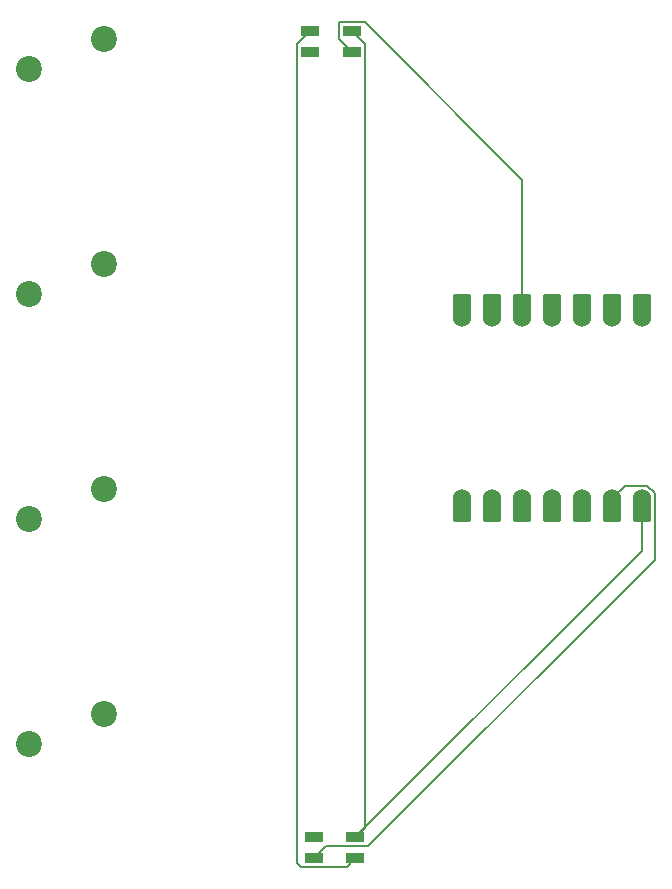
<source format=gbr>
%TF.GenerationSoftware,KiCad,Pcbnew,9.0.2-9.0.2-0~ubuntu25.04.1*%
%TF.CreationDate,2025-06-28T22:06:06-04:00*%
%TF.ProjectId,hackpad,6861636b-7061-4642-9e6b-696361645f70,rev?*%
%TF.SameCoordinates,Original*%
%TF.FileFunction,Copper,L1,Top*%
%TF.FilePolarity,Positive*%
%FSLAX46Y46*%
G04 Gerber Fmt 4.6, Leading zero omitted, Abs format (unit mm)*
G04 Created by KiCad (PCBNEW 9.0.2-9.0.2-0~ubuntu25.04.1) date 2025-06-28 22:06:06*
%MOMM*%
%LPD*%
G01*
G04 APERTURE LIST*
G04 Aperture macros list*
%AMRoundRect*
0 Rectangle with rounded corners*
0 $1 Rounding radius*
0 $2 $3 $4 $5 $6 $7 $8 $9 X,Y pos of 4 corners*
0 Add a 4 corners polygon primitive as box body*
4,1,4,$2,$3,$4,$5,$6,$7,$8,$9,$2,$3,0*
0 Add four circle primitives for the rounded corners*
1,1,$1+$1,$2,$3*
1,1,$1+$1,$4,$5*
1,1,$1+$1,$6,$7*
1,1,$1+$1,$8,$9*
0 Add four rect primitives between the rounded corners*
20,1,$1+$1,$2,$3,$4,$5,0*
20,1,$1+$1,$4,$5,$6,$7,0*
20,1,$1+$1,$6,$7,$8,$9,0*
20,1,$1+$1,$8,$9,$2,$3,0*%
G04 Aperture macros list end*
%TA.AperFunction,SMDPad,CuDef*%
%ADD10RoundRect,0.152400X0.609600X-1.063600X0.609600X1.063600X-0.609600X1.063600X-0.609600X-1.063600X0*%
%TD*%
%TA.AperFunction,ComponentPad*%
%ADD11C,1.524000*%
%TD*%
%TA.AperFunction,SMDPad,CuDef*%
%ADD12RoundRect,0.152400X-0.609600X1.063600X-0.609600X-1.063600X0.609600X-1.063600X0.609600X1.063600X0*%
%TD*%
%TA.AperFunction,ComponentPad*%
%ADD13C,2.200000*%
%TD*%
%TA.AperFunction,SMDPad,CuDef*%
%ADD14R,1.600000X0.850000*%
%TD*%
%TA.AperFunction,Conductor*%
%ADD15C,0.200000*%
%TD*%
G04 APERTURE END LIST*
D10*
%TO.P,U1,1,GPIO26/ADC0/A0*%
%TO.N,unconnected-(U1-GPIO26{slash}ADC0{slash}A0-Pad1)*%
X107632500Y-79651250D03*
D11*
X107632500Y-80486250D03*
D10*
%TO.P,U1,2,GPIO27/ADC1/A1*%
%TO.N,unconnected-(U1-GPIO27{slash}ADC1{slash}A1-Pad2)*%
X105092500Y-79651250D03*
D11*
X105092500Y-80486250D03*
D10*
%TO.P,U1,3,GPIO28/ADC2/A2*%
%TO.N,unconnected-(U1-GPIO28{slash}ADC2{slash}A2-Pad3)*%
X102552500Y-79651250D03*
D11*
X102552500Y-80486250D03*
D10*
%TO.P,U1,4,GPIO29/ADC3/A3*%
%TO.N,unconnected-(U1-GPIO29{slash}ADC3{slash}A3-Pad4)*%
X100012500Y-79651250D03*
D11*
X100012500Y-80486250D03*
D10*
%TO.P,U1,5,GPIO6/SDA*%
%TO.N,Net-(D1-DIN)*%
X97472500Y-79651250D03*
D11*
X97472500Y-80486250D03*
D10*
%TO.P,U1,6,GPIO7/SCL*%
%TO.N,unconnected-(U1-GPIO7{slash}SCL-Pad6)*%
X94932500Y-79651250D03*
D11*
X94932500Y-80486250D03*
D10*
%TO.P,U1,7,GPIO0/TX*%
%TO.N,unconnected-(U1-GPIO0{slash}TX-Pad7)*%
X92392500Y-79651250D03*
D11*
X92392500Y-80486250D03*
%TO.P,U1,8,GPIO1/RX*%
%TO.N,Net-(U1-GPIO1{slash}RX)*%
X92392500Y-95726250D03*
D12*
X92392500Y-96561250D03*
D11*
%TO.P,U1,9,GPIO2/SCK*%
%TO.N,Net-(U1-GPIO2{slash}SCK)*%
X94932500Y-95726250D03*
D12*
X94932500Y-96561250D03*
D11*
%TO.P,U1,10,GPIO4/MISO*%
%TO.N,Net-(U1-GPIO4{slash}MISO)*%
X97472500Y-95726250D03*
D12*
X97472500Y-96561250D03*
D11*
%TO.P,U1,11,GPIO3/MOSI*%
%TO.N,Net-(U1-GPIO3{slash}MOSI)*%
X100012500Y-95726250D03*
D12*
X100012500Y-96561250D03*
D11*
%TO.P,U1,12,3V3*%
%TO.N,unconnected-(U1-3V3-Pad12)*%
X102552500Y-95726250D03*
D12*
X102552500Y-96561250D03*
D11*
%TO.P,U1,13,GND*%
%TO.N,GND*%
X105092500Y-95726250D03*
D12*
X105092500Y-96561250D03*
D11*
%TO.P,U1,14,VBUS*%
%TO.N,+5V*%
X107632500Y-95726250D03*
D12*
X107632500Y-96561250D03*
%TD*%
D13*
%TO.P,SW2,1,1*%
%TO.N,GND*%
X62071250Y-113982500D03*
%TO.P,SW2,2,2*%
%TO.N,Net-(U1-GPIO2{slash}SCK)*%
X55721250Y-116522500D03*
%TD*%
%TO.P,SW1,1,1*%
%TO.N,GND*%
X62071250Y-94932500D03*
%TO.P,SW1,2,2*%
%TO.N,Net-(U1-GPIO1{slash}RX)*%
X55721250Y-97472500D03*
%TD*%
D14*
%TO.P,D2,1,DOUT*%
%TO.N,unconnected-(D2-DOUT-Pad1)*%
X79843750Y-124456250D03*
%TO.P,D2,2,VSS*%
%TO.N,GND*%
X79843750Y-126206250D03*
%TO.P,D2,3,DIN*%
%TO.N,Net-(D1-DOUT)*%
X83343750Y-126206250D03*
%TO.P,D2,4,VDD*%
%TO.N,+5V*%
X83343750Y-124456250D03*
%TD*%
%TO.P,D1,1,DOUT*%
%TO.N,Net-(D1-DOUT)*%
X79545588Y-56183014D03*
%TO.P,D1,2,VSS*%
%TO.N,GND*%
X79545588Y-57933014D03*
%TO.P,D1,3,DIN*%
%TO.N,Net-(D1-DIN)*%
X83045588Y-57933014D03*
%TO.P,D1,4,VDD*%
%TO.N,+5V*%
X83045588Y-56183014D03*
%TD*%
D13*
%TO.P,SW3,1,1*%
%TO.N,GND*%
X62071250Y-56832500D03*
%TO.P,SW3,2,2*%
%TO.N,Net-(U1-GPIO4{slash}MISO)*%
X55721250Y-59372500D03*
%TD*%
%TO.P,SW4,1,1*%
%TO.N,GND*%
X62071250Y-75882500D03*
%TO.P,SW4,2,2*%
%TO.N,Net-(U1-GPIO3{slash}MOSI)*%
X55721250Y-78422500D03*
%TD*%
D15*
%TO.N,Net-(D1-DOUT)*%
X78742750Y-126932250D02*
X78444588Y-126634088D01*
X78444588Y-126634088D02*
X78444588Y-57284014D01*
X82617750Y-126932250D02*
X78742750Y-126932250D01*
X83343750Y-126206250D02*
X82617750Y-126932250D01*
X78444588Y-57284014D02*
X79545588Y-56183014D01*
%TO.N,Net-(D1-DIN)*%
X81944588Y-55457014D02*
X81944588Y-56832014D01*
X84146588Y-55457014D02*
X81944588Y-55457014D01*
X97472500Y-80486250D02*
X97472500Y-68782926D01*
X81944588Y-56832014D02*
X83045588Y-57933014D01*
X97472500Y-68782926D02*
X84146588Y-55457014D01*
%TO.N,GND*%
X79843750Y-126206250D02*
X80867750Y-125182250D01*
X84444750Y-125182250D02*
X108695500Y-100931500D01*
X108695500Y-100931500D02*
X108695500Y-95285940D01*
X108695500Y-95285940D02*
X108072810Y-94663250D01*
X106155500Y-94663250D02*
X105092500Y-95726250D01*
X108072810Y-94663250D02*
X106155500Y-94663250D01*
X80867750Y-125182250D02*
X84444750Y-125182250D01*
%TO.N,+5V*%
X84146588Y-57284014D02*
X83045588Y-56183014D01*
X83343750Y-124456250D02*
X84146588Y-123653412D01*
X107632500Y-100167500D02*
X107632500Y-95726250D01*
X83343750Y-124456250D02*
X107632500Y-100167500D01*
X84146588Y-123653412D02*
X84146588Y-57284014D01*
%TD*%
M02*

</source>
